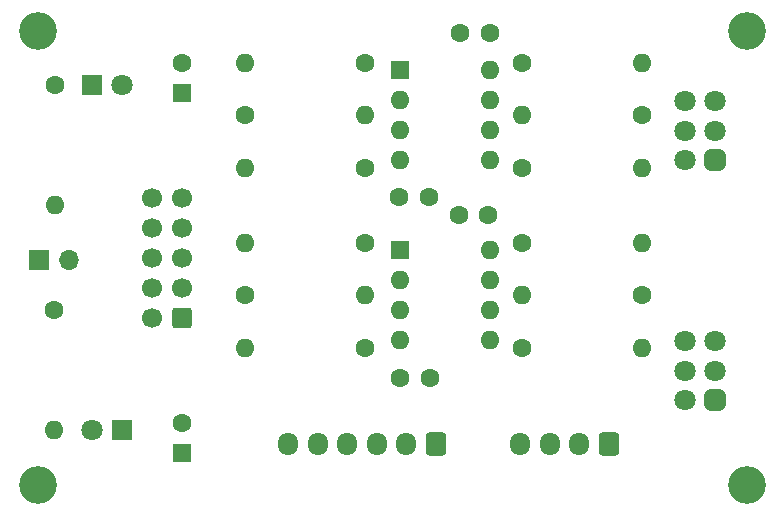
<source format=gbs>
G04 #@! TF.GenerationSoftware,KiCad,Pcbnew,(6.0.11)*
G04 #@! TF.CreationDate,2023-08-25T14:28:21+09:00*
G04 #@! TF.ProjectId,OUTPUT_MOD,4f555450-5554-45f4-9d4f-442e6b696361,1.0*
G04 #@! TF.SameCoordinates,Original*
G04 #@! TF.FileFunction,Soldermask,Bot*
G04 #@! TF.FilePolarity,Negative*
%FSLAX46Y46*%
G04 Gerber Fmt 4.6, Leading zero omitted, Abs format (unit mm)*
G04 Created by KiCad (PCBNEW (6.0.11)) date 2023-08-25 14:28:21*
%MOMM*%
%LPD*%
G01*
G04 APERTURE LIST*
G04 Aperture macros list*
%AMRoundRect*
0 Rectangle with rounded corners*
0 $1 Rounding radius*
0 $2 $3 $4 $5 $6 $7 $8 $9 X,Y pos of 4 corners*
0 Add a 4 corners polygon primitive as box body*
4,1,4,$2,$3,$4,$5,$6,$7,$8,$9,$2,$3,0*
0 Add four circle primitives for the rounded corners*
1,1,$1+$1,$2,$3*
1,1,$1+$1,$4,$5*
1,1,$1+$1,$6,$7*
1,1,$1+$1,$8,$9*
0 Add four rect primitives between the rounded corners*
20,1,$1+$1,$2,$3,$4,$5,0*
20,1,$1+$1,$4,$5,$6,$7,0*
20,1,$1+$1,$6,$7,$8,$9,0*
20,1,$1+$1,$8,$9,$2,$3,0*%
G04 Aperture macros list end*
%ADD10C,1.600000*%
%ADD11O,1.600000X1.600000*%
%ADD12C,3.200000*%
%ADD13R,1.600000X1.600000*%
%ADD14RoundRect,0.450000X-0.450000X-0.450000X0.450000X-0.450000X0.450000X0.450000X-0.450000X0.450000X0*%
%ADD15C,1.800000*%
%ADD16R,1.700000X1.700000*%
%ADD17O,1.700000X1.700000*%
%ADD18RoundRect,0.250000X0.600000X0.600000X-0.600000X0.600000X-0.600000X-0.600000X0.600000X-0.600000X0*%
%ADD19C,1.700000*%
%ADD20RoundRect,0.250000X0.600000X0.725000X-0.600000X0.725000X-0.600000X-0.725000X0.600000X-0.725000X0*%
%ADD21O,1.700000X1.950000*%
%ADD22R,1.800000X1.800000*%
G04 APERTURE END LIST*
D10*
X156412992Y-108187000D03*
D11*
X166572992Y-108187000D03*
D12*
X175427992Y-119792000D03*
X175427992Y-81342000D03*
X115387992Y-119792000D03*
X115387992Y-81342000D03*
D11*
X153662992Y-99942000D03*
X153662992Y-102482000D03*
X153662992Y-105022000D03*
X153662992Y-107562000D03*
X146042992Y-107562000D03*
X146042992Y-105022000D03*
X146042992Y-102482000D03*
D13*
X146042992Y-99942000D03*
X146042992Y-84702000D03*
D11*
X146042992Y-87242000D03*
X146042992Y-89782000D03*
X146042992Y-92322000D03*
X153662992Y-92322000D03*
X153662992Y-89782000D03*
X153662992Y-87242000D03*
X153662992Y-84702000D03*
D14*
X172712992Y-112632000D03*
D15*
X172712992Y-110132000D03*
X172712992Y-107632000D03*
X170212992Y-112632000D03*
X170212992Y-110132000D03*
X170212992Y-107632000D03*
X170212992Y-87312000D03*
X170212992Y-89812000D03*
X170212992Y-92312000D03*
X172712992Y-87312000D03*
X172712992Y-89812000D03*
D14*
X172712992Y-92312000D03*
D11*
X116763234Y-115172000D03*
D10*
X116763234Y-105012000D03*
X116832992Y-85962000D03*
D11*
X116832992Y-96122000D03*
X132917992Y-99297000D03*
D10*
X143077992Y-99297000D03*
D11*
X166572992Y-99297000D03*
D10*
X156412992Y-99297000D03*
X143077992Y-84057000D03*
D11*
X132917992Y-84057000D03*
D10*
X156412992Y-84057000D03*
D11*
X166572992Y-84057000D03*
X143077992Y-103742000D03*
D10*
X132917992Y-103742000D03*
D11*
X156412992Y-103742000D03*
D10*
X166572992Y-103742000D03*
D11*
X143077992Y-88502000D03*
D10*
X132917992Y-88502000D03*
X166572992Y-88502000D03*
D11*
X156412992Y-88502000D03*
D10*
X143077992Y-108187000D03*
D11*
X132917992Y-108187000D03*
D10*
X143077992Y-92947000D03*
D11*
X132917992Y-92947000D03*
X166572992Y-92947000D03*
D10*
X156412992Y-92947000D03*
D16*
X115488234Y-100787000D03*
D17*
X118028234Y-100787000D03*
D18*
X127627992Y-105647000D03*
D19*
X125087992Y-105647000D03*
X127627992Y-103107000D03*
X125087992Y-103107000D03*
X127627992Y-100567000D03*
X125087992Y-100567000D03*
X127627992Y-98027000D03*
X125087992Y-98027000D03*
X127627992Y-95487000D03*
X125087992Y-95487000D03*
D20*
X149117992Y-116332000D03*
D21*
X146617992Y-116332000D03*
X144117992Y-116332000D03*
X141617992Y-116332000D03*
X139117992Y-116332000D03*
X136617992Y-116332000D03*
D20*
X163762992Y-116332000D03*
D21*
X161262992Y-116332000D03*
X158762992Y-116332000D03*
X156262992Y-116332000D03*
D22*
X122552992Y-115172000D03*
D15*
X120012992Y-115172000D03*
D22*
X120002992Y-85962000D03*
D15*
X122542992Y-85962000D03*
D10*
X146072992Y-110727000D03*
X148572992Y-110727000D03*
X153556825Y-96920350D03*
X151056825Y-96920350D03*
X146002500Y-95453972D03*
X148502500Y-95453972D03*
X151152992Y-81517000D03*
X153652992Y-81517000D03*
D13*
X127627992Y-117077000D03*
D10*
X127627992Y-114577000D03*
D13*
X127627992Y-86597000D03*
D10*
X127627992Y-84097000D03*
M02*

</source>
